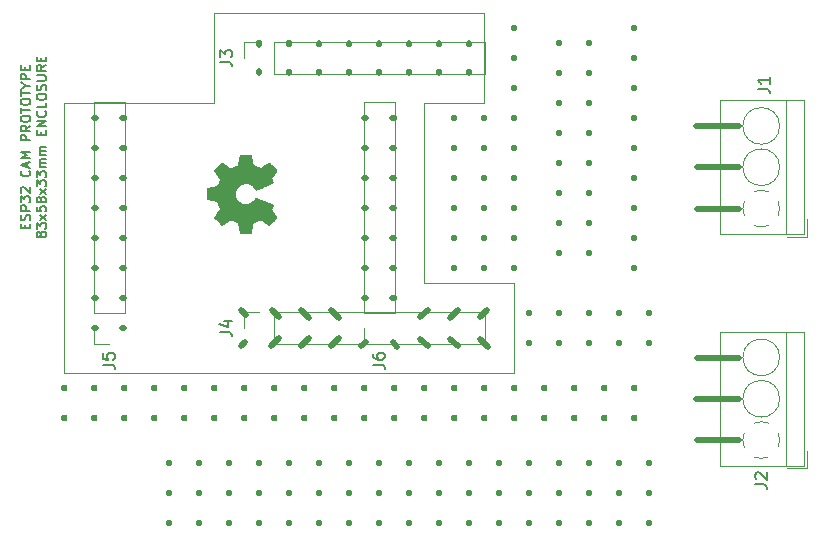
<source format=gbr>
G04 #@! TF.GenerationSoftware,KiCad,Pcbnew,5.1.5+dfsg1-2build2*
G04 #@! TF.CreationDate,2021-11-15T16:56:08-05:00*
G04 #@! TF.ProjectId,ESP32CAM_BREAKOUT_FOR_WATERPROOF_ENCLOSURE,45535033-3243-4414-9d5f-425245414b4f,rev?*
G04 #@! TF.SameCoordinates,Original*
G04 #@! TF.FileFunction,Legend,Top*
G04 #@! TF.FilePolarity,Positive*
%FSLAX46Y46*%
G04 Gerber Fmt 4.6, Leading zero omitted, Abs format (unit mm)*
G04 Created by KiCad (PCBNEW 5.1.5+dfsg1-2build2) date 2021-11-15 16:56:08*
%MOMM*%
%LPD*%
G04 APERTURE LIST*
%ADD10C,0.150000*%
%ADD11C,0.500000*%
%ADD12C,0.120000*%
%ADD13C,0.010000*%
%ADD14C,2.100980*%
%ADD15C,2.102000*%
%ADD16C,2.502000*%
%ADD17R,2.502000X2.502000*%
%ADD18O,1.802000X1.802000*%
%ADD19R,1.802000X1.802000*%
%ADD20C,3.102000*%
G04 APERTURE END LIST*
D10*
X104675957Y-119855390D02*
X104675957Y-119588723D01*
X105095004Y-119474438D02*
X105095004Y-119855390D01*
X104295004Y-119855390D01*
X104295004Y-119474438D01*
X105056909Y-119169676D02*
X105095004Y-119055390D01*
X105095004Y-118864914D01*
X105056909Y-118788723D01*
X105018814Y-118750628D01*
X104942623Y-118712533D01*
X104866433Y-118712533D01*
X104790242Y-118750628D01*
X104752147Y-118788723D01*
X104714052Y-118864914D01*
X104675957Y-119017295D01*
X104637861Y-119093485D01*
X104599766Y-119131580D01*
X104523576Y-119169676D01*
X104447385Y-119169676D01*
X104371195Y-119131580D01*
X104333100Y-119093485D01*
X104295004Y-119017295D01*
X104295004Y-118826819D01*
X104333100Y-118712533D01*
X105095004Y-118369676D02*
X104295004Y-118369676D01*
X104295004Y-118064914D01*
X104333100Y-117988723D01*
X104371195Y-117950628D01*
X104447385Y-117912533D01*
X104561671Y-117912533D01*
X104637861Y-117950628D01*
X104675957Y-117988723D01*
X104714052Y-118064914D01*
X104714052Y-118369676D01*
X104295004Y-117645866D02*
X104295004Y-117150628D01*
X104599766Y-117417295D01*
X104599766Y-117303009D01*
X104637861Y-117226819D01*
X104675957Y-117188723D01*
X104752147Y-117150628D01*
X104942623Y-117150628D01*
X105018814Y-117188723D01*
X105056909Y-117226819D01*
X105095004Y-117303009D01*
X105095004Y-117531580D01*
X105056909Y-117607771D01*
X105018814Y-117645866D01*
X104371195Y-116845866D02*
X104333100Y-116807771D01*
X104295004Y-116731580D01*
X104295004Y-116541104D01*
X104333100Y-116464914D01*
X104371195Y-116426819D01*
X104447385Y-116388723D01*
X104523576Y-116388723D01*
X104637861Y-116426819D01*
X105095004Y-116883961D01*
X105095004Y-116388723D01*
X105018814Y-114979200D02*
X105056909Y-115017295D01*
X105095004Y-115131580D01*
X105095004Y-115207771D01*
X105056909Y-115322057D01*
X104980719Y-115398247D01*
X104904528Y-115436342D01*
X104752147Y-115474438D01*
X104637861Y-115474438D01*
X104485480Y-115436342D01*
X104409290Y-115398247D01*
X104333100Y-115322057D01*
X104295004Y-115207771D01*
X104295004Y-115131580D01*
X104333100Y-115017295D01*
X104371195Y-114979200D01*
X104866433Y-114674438D02*
X104866433Y-114293485D01*
X105095004Y-114750628D02*
X104295004Y-114483961D01*
X105095004Y-114217295D01*
X105095004Y-113950628D02*
X104295004Y-113950628D01*
X104866433Y-113683961D01*
X104295004Y-113417295D01*
X105095004Y-113417295D01*
X105095004Y-112426819D02*
X104295004Y-112426819D01*
X104295004Y-112122057D01*
X104333100Y-112045866D01*
X104371195Y-112007771D01*
X104447385Y-111969676D01*
X104561671Y-111969676D01*
X104637861Y-112007771D01*
X104675957Y-112045866D01*
X104714052Y-112122057D01*
X104714052Y-112426819D01*
X105095004Y-111169676D02*
X104714052Y-111436342D01*
X105095004Y-111626819D02*
X104295004Y-111626819D01*
X104295004Y-111322057D01*
X104333100Y-111245866D01*
X104371195Y-111207771D01*
X104447385Y-111169676D01*
X104561671Y-111169676D01*
X104637861Y-111207771D01*
X104675957Y-111245866D01*
X104714052Y-111322057D01*
X104714052Y-111626819D01*
X104295004Y-110674438D02*
X104295004Y-110522057D01*
X104333100Y-110445866D01*
X104409290Y-110369676D01*
X104561671Y-110331580D01*
X104828338Y-110331580D01*
X104980719Y-110369676D01*
X105056909Y-110445866D01*
X105095004Y-110522057D01*
X105095004Y-110674438D01*
X105056909Y-110750628D01*
X104980719Y-110826819D01*
X104828338Y-110864914D01*
X104561671Y-110864914D01*
X104409290Y-110826819D01*
X104333100Y-110750628D01*
X104295004Y-110674438D01*
X104295004Y-110103009D02*
X104295004Y-109645866D01*
X105095004Y-109874438D02*
X104295004Y-109874438D01*
X104295004Y-109226819D02*
X104295004Y-109074438D01*
X104333100Y-108998247D01*
X104409290Y-108922057D01*
X104561671Y-108883961D01*
X104828338Y-108883961D01*
X104980719Y-108922057D01*
X105056909Y-108998247D01*
X105095004Y-109074438D01*
X105095004Y-109226819D01*
X105056909Y-109303009D01*
X104980719Y-109379200D01*
X104828338Y-109417295D01*
X104561671Y-109417295D01*
X104409290Y-109379200D01*
X104333100Y-109303009D01*
X104295004Y-109226819D01*
X104295004Y-108655390D02*
X104295004Y-108198247D01*
X105095004Y-108426819D02*
X104295004Y-108426819D01*
X104714052Y-107779200D02*
X105095004Y-107779200D01*
X104295004Y-108045866D02*
X104714052Y-107779200D01*
X104295004Y-107512533D01*
X105095004Y-107245866D02*
X104295004Y-107245866D01*
X104295004Y-106941104D01*
X104333100Y-106864914D01*
X104371195Y-106826819D01*
X104447385Y-106788723D01*
X104561671Y-106788723D01*
X104637861Y-106826819D01*
X104675957Y-106864914D01*
X104714052Y-106941104D01*
X104714052Y-107245866D01*
X104675957Y-106445866D02*
X104675957Y-106179200D01*
X105095004Y-106064914D02*
X105095004Y-106445866D01*
X104295004Y-106445866D01*
X104295004Y-106064914D01*
X105987861Y-120464914D02*
X105949766Y-120541104D01*
X105911671Y-120579200D01*
X105835480Y-120617295D01*
X105797385Y-120617295D01*
X105721195Y-120579200D01*
X105683100Y-120541104D01*
X105645004Y-120464914D01*
X105645004Y-120312533D01*
X105683100Y-120236342D01*
X105721195Y-120198247D01*
X105797385Y-120160152D01*
X105835480Y-120160152D01*
X105911671Y-120198247D01*
X105949766Y-120236342D01*
X105987861Y-120312533D01*
X105987861Y-120464914D01*
X106025957Y-120541104D01*
X106064052Y-120579200D01*
X106140242Y-120617295D01*
X106292623Y-120617295D01*
X106368814Y-120579200D01*
X106406909Y-120541104D01*
X106445004Y-120464914D01*
X106445004Y-120312533D01*
X106406909Y-120236342D01*
X106368814Y-120198247D01*
X106292623Y-120160152D01*
X106140242Y-120160152D01*
X106064052Y-120198247D01*
X106025957Y-120236342D01*
X105987861Y-120312533D01*
X105645004Y-119893485D02*
X105645004Y-119398247D01*
X105949766Y-119664914D01*
X105949766Y-119550628D01*
X105987861Y-119474438D01*
X106025957Y-119436342D01*
X106102147Y-119398247D01*
X106292623Y-119398247D01*
X106368814Y-119436342D01*
X106406909Y-119474438D01*
X106445004Y-119550628D01*
X106445004Y-119779200D01*
X106406909Y-119855390D01*
X106368814Y-119893485D01*
X106445004Y-119131580D02*
X105911671Y-118712533D01*
X105911671Y-119131580D02*
X106445004Y-118712533D01*
X105645004Y-118026819D02*
X105645004Y-118407771D01*
X106025957Y-118445866D01*
X105987861Y-118407771D01*
X105949766Y-118331580D01*
X105949766Y-118141104D01*
X105987861Y-118064914D01*
X106025957Y-118026819D01*
X106102147Y-117988723D01*
X106292623Y-117988723D01*
X106368814Y-118026819D01*
X106406909Y-118064914D01*
X106445004Y-118141104D01*
X106445004Y-118331580D01*
X106406909Y-118407771D01*
X106368814Y-118445866D01*
X105987861Y-117531580D02*
X105949766Y-117607771D01*
X105911671Y-117645866D01*
X105835480Y-117683961D01*
X105797385Y-117683961D01*
X105721195Y-117645866D01*
X105683100Y-117607771D01*
X105645004Y-117531580D01*
X105645004Y-117379200D01*
X105683100Y-117303009D01*
X105721195Y-117264914D01*
X105797385Y-117226819D01*
X105835480Y-117226819D01*
X105911671Y-117264914D01*
X105949766Y-117303009D01*
X105987861Y-117379200D01*
X105987861Y-117531580D01*
X106025957Y-117607771D01*
X106064052Y-117645866D01*
X106140242Y-117683961D01*
X106292623Y-117683961D01*
X106368814Y-117645866D01*
X106406909Y-117607771D01*
X106445004Y-117531580D01*
X106445004Y-117379200D01*
X106406909Y-117303009D01*
X106368814Y-117264914D01*
X106292623Y-117226819D01*
X106140242Y-117226819D01*
X106064052Y-117264914D01*
X106025957Y-117303009D01*
X105987861Y-117379200D01*
X106445004Y-116960152D02*
X105911671Y-116541104D01*
X105911671Y-116960152D02*
X106445004Y-116541104D01*
X105645004Y-116312533D02*
X105645004Y-115817295D01*
X105949766Y-116083961D01*
X105949766Y-115969676D01*
X105987861Y-115893485D01*
X106025957Y-115855390D01*
X106102147Y-115817295D01*
X106292623Y-115817295D01*
X106368814Y-115855390D01*
X106406909Y-115893485D01*
X106445004Y-115969676D01*
X106445004Y-116198247D01*
X106406909Y-116274438D01*
X106368814Y-116312533D01*
X105645004Y-115550628D02*
X105645004Y-115055390D01*
X105949766Y-115322057D01*
X105949766Y-115207771D01*
X105987861Y-115131580D01*
X106025957Y-115093485D01*
X106102147Y-115055390D01*
X106292623Y-115055390D01*
X106368814Y-115093485D01*
X106406909Y-115131580D01*
X106445004Y-115207771D01*
X106445004Y-115436342D01*
X106406909Y-115512533D01*
X106368814Y-115550628D01*
X106445004Y-114712533D02*
X105911671Y-114712533D01*
X105987861Y-114712533D02*
X105949766Y-114674438D01*
X105911671Y-114598247D01*
X105911671Y-114483961D01*
X105949766Y-114407771D01*
X106025957Y-114369676D01*
X106445004Y-114369676D01*
X106025957Y-114369676D02*
X105949766Y-114331580D01*
X105911671Y-114255390D01*
X105911671Y-114141104D01*
X105949766Y-114064914D01*
X106025957Y-114026819D01*
X106445004Y-114026819D01*
X106445004Y-113645866D02*
X105911671Y-113645866D01*
X105987861Y-113645866D02*
X105949766Y-113607771D01*
X105911671Y-113531580D01*
X105911671Y-113417295D01*
X105949766Y-113341104D01*
X106025957Y-113303009D01*
X106445004Y-113303009D01*
X106025957Y-113303009D02*
X105949766Y-113264914D01*
X105911671Y-113188723D01*
X105911671Y-113074438D01*
X105949766Y-112998247D01*
X106025957Y-112960152D01*
X106445004Y-112960152D01*
X106025957Y-111969676D02*
X106025957Y-111703009D01*
X106445004Y-111588723D02*
X106445004Y-111969676D01*
X105645004Y-111969676D01*
X105645004Y-111588723D01*
X106445004Y-111245866D02*
X105645004Y-111245866D01*
X106445004Y-110788723D01*
X105645004Y-110788723D01*
X106368814Y-109950628D02*
X106406909Y-109988723D01*
X106445004Y-110103009D01*
X106445004Y-110179200D01*
X106406909Y-110293485D01*
X106330719Y-110369676D01*
X106254528Y-110407771D01*
X106102147Y-110445866D01*
X105987861Y-110445866D01*
X105835480Y-110407771D01*
X105759290Y-110369676D01*
X105683100Y-110293485D01*
X105645004Y-110179200D01*
X105645004Y-110103009D01*
X105683100Y-109988723D01*
X105721195Y-109950628D01*
X106445004Y-109226819D02*
X106445004Y-109607771D01*
X105645004Y-109607771D01*
X105645004Y-108807771D02*
X105645004Y-108655390D01*
X105683100Y-108579200D01*
X105759290Y-108503009D01*
X105911671Y-108464914D01*
X106178338Y-108464914D01*
X106330719Y-108503009D01*
X106406909Y-108579200D01*
X106445004Y-108655390D01*
X106445004Y-108807771D01*
X106406909Y-108883961D01*
X106330719Y-108960152D01*
X106178338Y-108998247D01*
X105911671Y-108998247D01*
X105759290Y-108960152D01*
X105683100Y-108883961D01*
X105645004Y-108807771D01*
X106406909Y-108160152D02*
X106445004Y-108045866D01*
X106445004Y-107855390D01*
X106406909Y-107779200D01*
X106368814Y-107741104D01*
X106292623Y-107703009D01*
X106216433Y-107703009D01*
X106140242Y-107741104D01*
X106102147Y-107779200D01*
X106064052Y-107855390D01*
X106025957Y-108007771D01*
X105987861Y-108083961D01*
X105949766Y-108122057D01*
X105873576Y-108160152D01*
X105797385Y-108160152D01*
X105721195Y-108122057D01*
X105683100Y-108083961D01*
X105645004Y-108007771D01*
X105645004Y-107817295D01*
X105683100Y-107703009D01*
X105645004Y-107360152D02*
X106292623Y-107360152D01*
X106368814Y-107322057D01*
X106406909Y-107283961D01*
X106445004Y-107207771D01*
X106445004Y-107055390D01*
X106406909Y-106979200D01*
X106368814Y-106941104D01*
X106292623Y-106903009D01*
X105645004Y-106903009D01*
X106445004Y-106064914D02*
X106064052Y-106331580D01*
X106445004Y-106522057D02*
X105645004Y-106522057D01*
X105645004Y-106217295D01*
X105683100Y-106141104D01*
X105721195Y-106103009D01*
X105797385Y-106064914D01*
X105911671Y-106064914D01*
X105987861Y-106103009D01*
X106025957Y-106141104D01*
X106064052Y-106217295D01*
X106064052Y-106522057D01*
X106025957Y-105722057D02*
X106025957Y-105455390D01*
X106445004Y-105341104D02*
X106445004Y-105722057D01*
X105645004Y-105722057D01*
X105645004Y-105341104D01*
D11*
X143471900Y-123228100D02*
X143649500Y-123228100D01*
X140931900Y-123228100D02*
X141109500Y-123228100D01*
X143471900Y-120688100D02*
X143649500Y-120688100D01*
X140931900Y-120688100D02*
X141109500Y-120688100D01*
X143471900Y-118148100D02*
X143649500Y-118148100D01*
X140931900Y-118148100D02*
X141109500Y-118148100D01*
X143471900Y-115608100D02*
X143649500Y-115608100D01*
X140931900Y-115608100D02*
X141109500Y-115608100D01*
X143471900Y-113068100D02*
X143649500Y-113068100D01*
X140931900Y-113068100D02*
X141109500Y-113068100D01*
X143471900Y-110528100D02*
X143649500Y-110528100D01*
X140931900Y-110528100D02*
X141109500Y-110528100D01*
X152438100Y-121894600D02*
X152438100Y-122072200D01*
X149898100Y-121894600D02*
X149898100Y-122072200D01*
X152438100Y-119354600D02*
X152438100Y-119532200D01*
X149898100Y-119354600D02*
X149898100Y-119532200D01*
X152438100Y-116814600D02*
X152438100Y-116992200D01*
X149898100Y-116814600D02*
X149898100Y-116992200D01*
X152438100Y-114274600D02*
X152438100Y-114452200D01*
X149898100Y-114274600D02*
X149898100Y-114452200D01*
X152438100Y-111734600D02*
X152438100Y-111912200D01*
X149898100Y-111734600D02*
X149898100Y-111912200D01*
X152438100Y-109194600D02*
X152438100Y-109372200D01*
X149898100Y-109194600D02*
X149898100Y-109372200D01*
X152438100Y-106654600D02*
X152438100Y-106832200D01*
X149898100Y-106654600D02*
X149898100Y-106832200D01*
X152438100Y-104114600D02*
X152438100Y-104292200D01*
X149898100Y-104114600D02*
X149898100Y-104292200D01*
X146012100Y-123240800D02*
X146189700Y-123240800D01*
X146012100Y-120700800D02*
X146189700Y-120700800D01*
X146012100Y-118160800D02*
X146189700Y-118160800D01*
X146012100Y-115620800D02*
X146189700Y-115620800D01*
X146012100Y-113080800D02*
X146189700Y-113080800D01*
X146012100Y-110540800D02*
X146189700Y-110540800D01*
X146012100Y-108000800D02*
X146189700Y-108000800D01*
X146012100Y-105460800D02*
X146189700Y-105460800D01*
X146012100Y-102920800D02*
X146189700Y-102920800D01*
X156146700Y-123228100D02*
X156324300Y-123228100D01*
X156146700Y-120688100D02*
X156324300Y-120688100D01*
X156146700Y-118148100D02*
X156324300Y-118148100D01*
X156146700Y-115608100D02*
X156324300Y-115608100D01*
X156146700Y-113068100D02*
X156324300Y-113068100D01*
X156146700Y-110528100D02*
X156324300Y-110528100D01*
X156146700Y-107988100D02*
X156324300Y-107988100D01*
X156146700Y-105448100D02*
X156324300Y-105448100D01*
X156146700Y-102908100D02*
X156324300Y-102908100D01*
X157518100Y-129527500D02*
X157518100Y-129705100D01*
X154978100Y-129527500D02*
X154978100Y-129705100D01*
X152438100Y-129527500D02*
X152438100Y-129705100D01*
X149898100Y-129527500D02*
X149898100Y-129705100D01*
X147358100Y-129527500D02*
X147358100Y-129705100D01*
X157518100Y-126987500D02*
X157518100Y-127165100D01*
X154978100Y-126987500D02*
X154978100Y-127165100D01*
X152438100Y-126987500D02*
X152438100Y-127165100D01*
X149898100Y-126987500D02*
X149898100Y-127165100D01*
X147358100Y-126987500D02*
X147358100Y-127165100D01*
X156184600Y-135928100D02*
X156362200Y-135928100D01*
X153644600Y-135928100D02*
X153822200Y-135928100D01*
X151104600Y-135928100D02*
X151282200Y-135928100D01*
X148564600Y-135928100D02*
X148742200Y-135928100D01*
X146024600Y-135928100D02*
X146202200Y-135928100D01*
X143484600Y-135928100D02*
X143662200Y-135928100D01*
X140944600Y-135928100D02*
X141122200Y-135928100D01*
X138404600Y-135928100D02*
X138582200Y-135928100D01*
X135864600Y-135928100D02*
X136042200Y-135928100D01*
X133324600Y-135928100D02*
X133502200Y-135928100D01*
X130784600Y-135928100D02*
X130962200Y-135928100D01*
X128244600Y-135928100D02*
X128422200Y-135928100D01*
X125704600Y-135928100D02*
X125882200Y-135928100D01*
X123164600Y-135928100D02*
X123342200Y-135928100D01*
X120624600Y-135928100D02*
X120802200Y-135928100D01*
X118084600Y-135928100D02*
X118262200Y-135928100D01*
X115544600Y-135928100D02*
X115722200Y-135928100D01*
X113004600Y-135928100D02*
X113182200Y-135928100D01*
X110464600Y-135928100D02*
X110642200Y-135928100D01*
X107924600Y-135928100D02*
X108102200Y-135928100D01*
X156184600Y-133388100D02*
X156362200Y-133388100D01*
X153644600Y-133388100D02*
X153822200Y-133388100D01*
X151104600Y-133388100D02*
X151282200Y-133388100D01*
X148564600Y-133388100D02*
X148742200Y-133388100D01*
X146024600Y-133388100D02*
X146202200Y-133388100D01*
X143484600Y-133388100D02*
X143662200Y-133388100D01*
X140944600Y-133388100D02*
X141122200Y-133388100D01*
X138404600Y-133388100D02*
X138582200Y-133388100D01*
X135864600Y-133388100D02*
X136042200Y-133388100D01*
X133324600Y-133388100D02*
X133502200Y-133388100D01*
X130784600Y-133388100D02*
X130962200Y-133388100D01*
X128244600Y-133388100D02*
X128422200Y-133388100D01*
X125704600Y-133388100D02*
X125882200Y-133388100D01*
X123164600Y-133388100D02*
X123342200Y-133388100D01*
X120624600Y-133388100D02*
X120802200Y-133388100D01*
X118084600Y-133388100D02*
X118262200Y-133388100D01*
X115544600Y-133388100D02*
X115722200Y-133388100D01*
X113004600Y-133388100D02*
X113182200Y-133388100D01*
X110464600Y-133388100D02*
X110642200Y-133388100D01*
X107924600Y-133388100D02*
X108102200Y-133388100D01*
X157518100Y-144741900D02*
X157518100Y-144919500D01*
X154978100Y-144741900D02*
X154978100Y-144919500D01*
X152438100Y-144741900D02*
X152438100Y-144919500D01*
X149898100Y-144741900D02*
X149898100Y-144919500D01*
X147358100Y-144741900D02*
X147358100Y-144919500D01*
X144818100Y-144741900D02*
X144818100Y-144919500D01*
X142278100Y-144741900D02*
X142278100Y-144919500D01*
X139738100Y-144741900D02*
X139738100Y-144919500D01*
X137198100Y-144741900D02*
X137198100Y-144919500D01*
X134658100Y-144741900D02*
X134658100Y-144919500D01*
X132118100Y-144741900D02*
X132118100Y-144919500D01*
X129578100Y-144741900D02*
X129578100Y-144919500D01*
X127038100Y-144741900D02*
X127038100Y-144919500D01*
X124498100Y-144741900D02*
X124498100Y-144919500D01*
X121958100Y-144741900D02*
X121958100Y-144919500D01*
X119418100Y-144741900D02*
X119418100Y-144919500D01*
X116878100Y-144741900D02*
X116878100Y-144919500D01*
X157518100Y-142201900D02*
X157518100Y-142379500D01*
X154978100Y-142201900D02*
X154978100Y-142379500D01*
X152438100Y-142201900D02*
X152438100Y-142379500D01*
X149898100Y-142201900D02*
X149898100Y-142379500D01*
X147358100Y-142201900D02*
X147358100Y-142379500D01*
X144818100Y-142201900D02*
X144818100Y-142379500D01*
X142278100Y-142201900D02*
X142278100Y-142379500D01*
X139738100Y-142201900D02*
X139738100Y-142379500D01*
X137198100Y-142201900D02*
X137198100Y-142379500D01*
X134658100Y-142201900D02*
X134658100Y-142379500D01*
X132118100Y-142201900D02*
X132118100Y-142379500D01*
X129578100Y-142201900D02*
X129578100Y-142379500D01*
X127038100Y-142201900D02*
X127038100Y-142379500D01*
X124498100Y-142201900D02*
X124498100Y-142379500D01*
X121958100Y-142201900D02*
X121958100Y-142379500D01*
X119418100Y-142201900D02*
X119418100Y-142379500D01*
X116878100Y-142201900D02*
X116878100Y-142379500D01*
X157518100Y-139661900D02*
X157518100Y-139839500D01*
X154978100Y-139661900D02*
X154978100Y-139839500D01*
X152438100Y-139661900D02*
X152438100Y-139839500D01*
X149898100Y-139661900D02*
X149898100Y-139839500D01*
X147358100Y-139661900D02*
X147358100Y-139839500D01*
X144818100Y-139661900D02*
X144818100Y-139839500D01*
X142278100Y-139661900D02*
X142278100Y-139839500D01*
X139738100Y-139661900D02*
X139738100Y-139839500D01*
X137198100Y-139661900D02*
X137198100Y-139839500D01*
X134658100Y-139661900D02*
X134658100Y-139839500D01*
X132118100Y-139661900D02*
X132118100Y-139839500D01*
X129578100Y-139661900D02*
X129578100Y-139839500D01*
X127038100Y-139661900D02*
X127038100Y-139839500D01*
X124498100Y-139661900D02*
X124498100Y-139839500D01*
X121958100Y-139661900D02*
X121958100Y-139839500D01*
X119418100Y-139661900D02*
X119418100Y-139839500D01*
X116878100Y-139661900D02*
X116878100Y-139839500D01*
X165150800Y-137782300D02*
X161531300Y-137782300D01*
X165125400Y-134289800D02*
X161505900Y-134289800D01*
X165150800Y-130810000D02*
X161531300Y-130810000D01*
X165150800Y-118198900D02*
X161531300Y-118198900D01*
X165150800Y-114693700D02*
X161531300Y-114693700D01*
X165138100Y-111201200D02*
X161518600Y-111201200D01*
D12*
X120690000Y-101640000D02*
X143550000Y-101640000D01*
X120690000Y-109279100D02*
X120690000Y-101640000D01*
X107990000Y-109279100D02*
X120690000Y-109279100D01*
X107990000Y-132120000D02*
X107990000Y-109279100D01*
X146090000Y-132120000D02*
X107990000Y-132120000D01*
X146090000Y-124500000D02*
X146090000Y-132120000D01*
X138470000Y-124500000D02*
X146090000Y-124500000D01*
X138470000Y-109260000D02*
X138470000Y-124500000D01*
X138470000Y-109260000D02*
X143550000Y-109260000D01*
X143550000Y-101640000D02*
X143550000Y-109260000D01*
D11*
X122948700Y-129827700D02*
X123317000Y-129459400D01*
X133134100Y-129853100D02*
X133502400Y-129484800D01*
X143192500Y-127376600D02*
X143802100Y-126779700D01*
X136169400Y-129878500D02*
X135801100Y-129510200D01*
X123355100Y-127173400D02*
X122986800Y-126805100D01*
X140639800Y-127440100D02*
X141287500Y-126779700D01*
X138099800Y-127414700D02*
X138747500Y-126754300D01*
X130606800Y-129840400D02*
X131254500Y-129180000D01*
X128028700Y-129853100D02*
X128676400Y-129192700D01*
X125488700Y-129840400D02*
X126136400Y-129180000D01*
X138747500Y-129865800D02*
X138087100Y-129218100D01*
X141287500Y-129853100D02*
X140627100Y-129205400D01*
X143827500Y-129891200D02*
X143167100Y-129243500D01*
X131216400Y-127427400D02*
X130556000Y-126779700D01*
X128727200Y-127440100D02*
X128066800Y-126792400D01*
X126199900Y-127414700D02*
X125539500Y-126767000D01*
X135775900Y-125763700D02*
X135953500Y-125763700D01*
X133388300Y-125763700D02*
X133565900Y-125763700D01*
X135763000Y-123236400D02*
X135940600Y-123236400D01*
X133375400Y-123249100D02*
X133553000Y-123249100D01*
X135763200Y-120683700D02*
X135940800Y-120683700D01*
X133375400Y-120696400D02*
X133553000Y-120696400D01*
X135763200Y-118143700D02*
X135940800Y-118143700D01*
X133375400Y-118143700D02*
X133553000Y-118143700D01*
X135763000Y-115616400D02*
X135940600Y-115616400D01*
X133375400Y-115616400D02*
X133553000Y-115616400D01*
X135763200Y-113076400D02*
X135940800Y-113076400D01*
X133375600Y-113063700D02*
X133553200Y-113063700D01*
X135775900Y-110523700D02*
X135953500Y-110523700D01*
X133375600Y-110523700D02*
X133553200Y-110523700D01*
X112902900Y-128316400D02*
X113080500Y-128316400D01*
X110515300Y-128303700D02*
X110692900Y-128303700D01*
X112903200Y-125776400D02*
X113080800Y-125776400D01*
X110515400Y-125763700D02*
X110693000Y-125763700D01*
X112903200Y-123236400D02*
X113080800Y-123236400D01*
X110515600Y-123223700D02*
X110693200Y-123223700D01*
X112903200Y-120696400D02*
X113080800Y-120696400D01*
X110515400Y-120696400D02*
X110693000Y-120696400D01*
X112915900Y-118131000D02*
X113093500Y-118131000D01*
X110515600Y-118156400D02*
X110693200Y-118156400D01*
X112903200Y-115616400D02*
X113080800Y-115616400D01*
X110515400Y-115603700D02*
X110693000Y-115603700D01*
X112915900Y-113076400D02*
X113093500Y-113076400D01*
X110528100Y-113063700D02*
X110705700Y-113063700D01*
X112915900Y-110536400D02*
X113093500Y-110536400D01*
X110528100Y-110536400D02*
X110705700Y-110536400D01*
X124498100Y-106561300D02*
X124498100Y-106738900D01*
X127050800Y-106561500D02*
X127050800Y-106739100D01*
X129565400Y-106561500D02*
X129565400Y-106739100D01*
X132118100Y-106548800D02*
X132118100Y-106726400D01*
X134670800Y-106561300D02*
X134670800Y-106738900D01*
X137198100Y-106561300D02*
X137198100Y-106738900D01*
X142278100Y-106561500D02*
X142278100Y-106739100D01*
X139738100Y-106561500D02*
X139738100Y-106739100D01*
X142278100Y-104161200D02*
X142278100Y-104338800D01*
X139738100Y-104173900D02*
X139738100Y-104351500D01*
X137185400Y-104161200D02*
X137185400Y-104338800D01*
X134645400Y-104173900D02*
X134645400Y-104351500D01*
X132105400Y-104161200D02*
X132105400Y-104338800D01*
X129565400Y-104148500D02*
X129565400Y-104326100D01*
X127025400Y-104135800D02*
X127025400Y-104313400D01*
X124485400Y-104135600D02*
X124485400Y-104313200D01*
D12*
X170900000Y-120600000D02*
X170900000Y-119100000D01*
X169160000Y-120600000D02*
X170900000Y-120600000D01*
X163540000Y-109040000D02*
X170660000Y-109040000D01*
X163540000Y-120360000D02*
X170660000Y-120360000D01*
X170660000Y-120360000D02*
X170660000Y-109040000D01*
X163540000Y-120360000D02*
X163540000Y-109040000D01*
X169100000Y-120360000D02*
X169100000Y-109040000D01*
X168555000Y-111200000D02*
G75*
G03X168555000Y-111200000I-1555000J0D01*
G01*
X168555000Y-114700000D02*
G75*
G03X168555000Y-114700000I-1555000J0D01*
G01*
X168555492Y-118172989D02*
G75*
G02X168432000Y-118808000I-1555492J-27011D01*
G01*
X167607742Y-119632109D02*
G75*
G02X166392000Y-119632000I-607742J1432109D01*
G01*
X165567891Y-118807742D02*
G75*
G02X165568000Y-117592000I1432109J607742D01*
G01*
X166392258Y-116767891D02*
G75*
G02X167608000Y-116768000I607742J-1432109D01*
G01*
X168431385Y-117592413D02*
G75*
G02X168555000Y-118200000I-1431385J-607587D01*
G01*
X123170000Y-128310000D02*
X123170000Y-126980000D01*
X123170000Y-126980000D02*
X124500000Y-126980000D01*
X125770000Y-126980000D02*
X143610000Y-126980000D01*
X143610000Y-129640000D02*
X143610000Y-126980000D01*
X125770000Y-129640000D02*
X143610000Y-129640000D01*
X125770000Y-129640000D02*
X125770000Y-126980000D01*
X123170000Y-105450000D02*
X123170000Y-104120000D01*
X123170000Y-104120000D02*
X124500000Y-104120000D01*
X125770000Y-104120000D02*
X143610000Y-104120000D01*
X143610000Y-106780000D02*
X143610000Y-104120000D01*
X125770000Y-106780000D02*
X143610000Y-106780000D01*
X125770000Y-106780000D02*
X125770000Y-104120000D01*
X111800000Y-129640000D02*
X110470000Y-129640000D01*
X110470000Y-129640000D02*
X110470000Y-128310000D01*
X110470000Y-127040000D02*
X110470000Y-109200000D01*
X113130000Y-109200000D02*
X110470000Y-109200000D01*
X113130000Y-127040000D02*
X113130000Y-109200000D01*
X113130000Y-127040000D02*
X110470000Y-127040000D01*
X134660000Y-129640000D02*
X133330000Y-129640000D01*
X133330000Y-129640000D02*
X133330000Y-128310000D01*
X133330000Y-127040000D02*
X133330000Y-109200000D01*
X135990000Y-109200000D02*
X133330000Y-109200000D01*
X135990000Y-127040000D02*
X135990000Y-109200000D01*
X135990000Y-127040000D02*
X133330000Y-127040000D01*
X170900000Y-140200000D02*
X170900000Y-138700000D01*
X169160000Y-140200000D02*
X170900000Y-140200000D01*
X163540000Y-128640000D02*
X170660000Y-128640000D01*
X163540000Y-139960000D02*
X170660000Y-139960000D01*
X170660000Y-139960000D02*
X170660000Y-128640000D01*
X163540000Y-139960000D02*
X163540000Y-128640000D01*
X169100000Y-139960000D02*
X169100000Y-128640000D01*
X168555000Y-130800000D02*
G75*
G03X168555000Y-130800000I-1555000J0D01*
G01*
X168555000Y-134300000D02*
G75*
G03X168555000Y-134300000I-1555000J0D01*
G01*
X168555492Y-137772989D02*
G75*
G02X168432000Y-138408000I-1555492J-27011D01*
G01*
X167607742Y-139232109D02*
G75*
G02X166392000Y-139232000I-607742J1432109D01*
G01*
X165567891Y-138407742D02*
G75*
G02X165568000Y-137192000I1432109J607742D01*
G01*
X166392258Y-136367891D02*
G75*
G02X167608000Y-136368000I607742J-1432109D01*
G01*
X168431385Y-137192413D02*
G75*
G02X168555000Y-137800000I-1431385J-607587D01*
G01*
D13*
G36*
X120481131Y-116398486D02*
G01*
X120925755Y-116314665D01*
X121053253Y-116005380D01*
X121180751Y-115696094D01*
X120928446Y-115325054D01*
X120858196Y-115221143D01*
X120795472Y-115127213D01*
X120743138Y-115047648D01*
X120704057Y-114986830D01*
X120681093Y-114949143D01*
X120676142Y-114938879D01*
X120688876Y-114920390D01*
X120724082Y-114880880D01*
X120777262Y-114824778D01*
X120843918Y-114756513D01*
X120919554Y-114680514D01*
X120999672Y-114601208D01*
X121079774Y-114523025D01*
X121155364Y-114450393D01*
X121221945Y-114387741D01*
X121275018Y-114339497D01*
X121310087Y-114310090D01*
X121321823Y-114303059D01*
X121343460Y-114313177D01*
X121390862Y-114341541D01*
X121459393Y-114385171D01*
X121544415Y-114441082D01*
X121641293Y-114506294D01*
X121696550Y-114544081D01*
X121797448Y-114612957D01*
X121888499Y-114674160D01*
X121965170Y-114724722D01*
X122022928Y-114761672D01*
X122057243Y-114782042D01*
X122064454Y-114785103D01*
X122084948Y-114778164D01*
X122132713Y-114759249D01*
X122201032Y-114731213D01*
X122283189Y-114696909D01*
X122372470Y-114659191D01*
X122462158Y-114620913D01*
X122545538Y-114584930D01*
X122615894Y-114554094D01*
X122666510Y-114531261D01*
X122690671Y-114519283D01*
X122691622Y-114518576D01*
X122696236Y-114499769D01*
X122706528Y-114449682D01*
X122721487Y-114373507D01*
X122740101Y-114276435D01*
X122761359Y-114163657D01*
X122773618Y-114097858D01*
X122796562Y-113977350D01*
X122818395Y-113868503D01*
X122837922Y-113776824D01*
X122853948Y-113707819D01*
X122865279Y-113666996D01*
X122868874Y-113658789D01*
X122893206Y-113650752D01*
X122948159Y-113644267D01*
X123027308Y-113639330D01*
X123124226Y-113635936D01*
X123232487Y-113634082D01*
X123345665Y-113633762D01*
X123457335Y-113634973D01*
X123561068Y-113637710D01*
X123650441Y-113641969D01*
X123719026Y-113647745D01*
X123760397Y-113655033D01*
X123769010Y-113659405D01*
X123779333Y-113685536D01*
X123794092Y-113740907D01*
X123811552Y-113818193D01*
X123829980Y-113910070D01*
X123835941Y-113942142D01*
X123864266Y-114096776D01*
X123887076Y-114218925D01*
X123905280Y-114312627D01*
X123919783Y-114381916D01*
X123931492Y-114430829D01*
X123941315Y-114463403D01*
X123950156Y-114483672D01*
X123958924Y-114495674D01*
X123960657Y-114497353D01*
X123988571Y-114514116D01*
X124042895Y-114539686D01*
X124116977Y-114571512D01*
X124204165Y-114607040D01*
X124297808Y-114643717D01*
X124391252Y-114678989D01*
X124477847Y-114710304D01*
X124550940Y-114735107D01*
X124603878Y-114750846D01*
X124630011Y-114754968D01*
X124630926Y-114754624D01*
X124652286Y-114740659D01*
X124699284Y-114708978D01*
X124767027Y-114662909D01*
X124850623Y-114605782D01*
X124945182Y-114540927D01*
X124972054Y-114522457D01*
X125069475Y-114456601D01*
X125158363Y-114398650D01*
X125233612Y-114351762D01*
X125290120Y-114319093D01*
X125322781Y-114303800D01*
X125326793Y-114303059D01*
X125347884Y-114315908D01*
X125389664Y-114351412D01*
X125447645Y-114405007D01*
X125517335Y-114472129D01*
X125594245Y-114548213D01*
X125673883Y-114628696D01*
X125751761Y-114709013D01*
X125823386Y-114784601D01*
X125884270Y-114850895D01*
X125929921Y-114903331D01*
X125955850Y-114937345D01*
X125960083Y-114946755D01*
X125950112Y-114968657D01*
X125923220Y-115013500D01*
X125883936Y-115073979D01*
X125852317Y-115120511D01*
X125794298Y-115204825D01*
X125725984Y-115304674D01*
X125657779Y-115404827D01*
X125621275Y-115458673D01*
X125498000Y-115640929D01*
X125580720Y-115793919D01*
X125616959Y-115863618D01*
X125645126Y-115922886D01*
X125661191Y-115962989D01*
X125663426Y-115973197D01*
X125646922Y-115985471D01*
X125600282Y-116009687D01*
X125527809Y-116044037D01*
X125433806Y-116086712D01*
X125322574Y-116135906D01*
X125198415Y-116189810D01*
X125065632Y-116246616D01*
X124928527Y-116304518D01*
X124791402Y-116361707D01*
X124658558Y-116416376D01*
X124534298Y-116466716D01*
X124422925Y-116510920D01*
X124328739Y-116547181D01*
X124256044Y-116573691D01*
X124209141Y-116588642D01*
X124193033Y-116591046D01*
X124172486Y-116571989D01*
X124139133Y-116530264D01*
X124099902Y-116474594D01*
X124096799Y-116469922D01*
X123981623Y-116326036D01*
X123847253Y-116210017D01*
X123697984Y-116122870D01*
X123538113Y-116065601D01*
X123371937Y-116039214D01*
X123203752Y-116044715D01*
X123037855Y-116083110D01*
X122878542Y-116155405D01*
X122843687Y-116176674D01*
X122702937Y-116287304D01*
X122589914Y-116417998D01*
X122505203Y-116564236D01*
X122449394Y-116721492D01*
X122423074Y-116885243D01*
X122426830Y-117050967D01*
X122461250Y-117214138D01*
X122526923Y-117370235D01*
X122624435Y-117514733D01*
X122664013Y-117559431D01*
X122787903Y-117673188D01*
X122918324Y-117756082D01*
X123064515Y-117812944D01*
X123209288Y-117844613D01*
X123372060Y-117852431D01*
X123535640Y-117826362D01*
X123694498Y-117769055D01*
X123843106Y-117683156D01*
X123975935Y-117571314D01*
X124087456Y-117436177D01*
X124099211Y-117418417D01*
X124137708Y-117362150D01*
X124171063Y-117319377D01*
X124192360Y-117298928D01*
X124193033Y-117298631D01*
X124216071Y-117303021D01*
X124268357Y-117320424D01*
X124345590Y-117349032D01*
X124443468Y-117387035D01*
X124557691Y-117432626D01*
X124683958Y-117483997D01*
X124817967Y-117539338D01*
X124955418Y-117596842D01*
X125092008Y-117654699D01*
X125223437Y-117711102D01*
X125345405Y-117764242D01*
X125453609Y-117812310D01*
X125543749Y-117853499D01*
X125611523Y-117885999D01*
X125652630Y-117908003D01*
X125663426Y-117916864D01*
X125655019Y-117943940D01*
X125632472Y-117994603D01*
X125599813Y-118060117D01*
X125580720Y-118096141D01*
X125498000Y-118249132D01*
X125621275Y-118431388D01*
X125684428Y-118524425D01*
X125753927Y-118626285D01*
X125819365Y-118721738D01*
X125852317Y-118769550D01*
X125897473Y-118836795D01*
X125933257Y-118893736D01*
X125955138Y-118932946D01*
X125959763Y-118945681D01*
X125947285Y-118964217D01*
X125912452Y-119005241D01*
X125858878Y-119064775D01*
X125790183Y-119138842D01*
X125709981Y-119223465D01*
X125658486Y-119276985D01*
X125566486Y-119370619D01*
X125484199Y-119451541D01*
X125415145Y-119516477D01*
X125362844Y-119562158D01*
X125330816Y-119585311D01*
X125324316Y-119587532D01*
X125299594Y-119577224D01*
X125249605Y-119548739D01*
X125179412Y-119505237D01*
X125094075Y-119449877D01*
X124998656Y-119385820D01*
X124972054Y-119367603D01*
X124875367Y-119301227D01*
X124788317Y-119241678D01*
X124715795Y-119192284D01*
X124662693Y-119156375D01*
X124633903Y-119137281D01*
X124630926Y-119135436D01*
X124607982Y-119138195D01*
X124557536Y-119152838D01*
X124486241Y-119176813D01*
X124400747Y-119207566D01*
X124307707Y-119242544D01*
X124213774Y-119279193D01*
X124125599Y-119314961D01*
X124049834Y-119347294D01*
X123993131Y-119373638D01*
X123962143Y-119391442D01*
X123960657Y-119392707D01*
X123951801Y-119403594D01*
X123943043Y-119421982D01*
X123933477Y-119451906D01*
X123922196Y-119497403D01*
X123908293Y-119562509D01*
X123890863Y-119651261D01*
X123868998Y-119767693D01*
X123841791Y-119915842D01*
X123835941Y-119947918D01*
X123817574Y-120042986D01*
X123799605Y-120125865D01*
X123783769Y-120189230D01*
X123771800Y-120225758D01*
X123769010Y-120230656D01*
X123744272Y-120238727D01*
X123688990Y-120245287D01*
X123609589Y-120250333D01*
X123512496Y-120253859D01*
X123404138Y-120255861D01*
X123290940Y-120256336D01*
X123179328Y-120255277D01*
X123075729Y-120252682D01*
X122986568Y-120248546D01*
X122918272Y-120242863D01*
X122877266Y-120235631D01*
X122868874Y-120231271D01*
X122860408Y-120206998D01*
X122846635Y-120151726D01*
X122828750Y-120070962D01*
X122807948Y-119970212D01*
X122785423Y-119854983D01*
X122773618Y-119792202D01*
X122751351Y-119673087D01*
X122731179Y-119566865D01*
X122714115Y-119478727D01*
X122701169Y-119413866D01*
X122693355Y-119377474D01*
X122691622Y-119371484D01*
X122672090Y-119361361D01*
X122625043Y-119339962D01*
X122557203Y-119310139D01*
X122475291Y-119274745D01*
X122386028Y-119236632D01*
X122296135Y-119198653D01*
X122212335Y-119163660D01*
X122141347Y-119134506D01*
X122089894Y-119114043D01*
X122064697Y-119105123D01*
X122063596Y-119104957D01*
X122043719Y-119115069D01*
X121997977Y-119143417D01*
X121930917Y-119187023D01*
X121847084Y-119242906D01*
X121751026Y-119308087D01*
X121695850Y-119345979D01*
X121594681Y-119415025D01*
X121502830Y-119476350D01*
X121424944Y-119526963D01*
X121365669Y-119563871D01*
X121329651Y-119584082D01*
X121321577Y-119587001D01*
X121302784Y-119574453D01*
X121262657Y-119539763D01*
X121205693Y-119487363D01*
X121136385Y-119421684D01*
X121059231Y-119347156D01*
X120978725Y-119268213D01*
X120899363Y-119189283D01*
X120825640Y-119114800D01*
X120762052Y-119049194D01*
X120713094Y-118996896D01*
X120683261Y-118962339D01*
X120676142Y-118950778D01*
X120686153Y-118931954D01*
X120714278Y-118886931D01*
X120757654Y-118820087D01*
X120813418Y-118735799D01*
X120878706Y-118638444D01*
X120928446Y-118565007D01*
X121180751Y-118193967D01*
X120925755Y-117575395D01*
X120481131Y-117491575D01*
X120036507Y-117407754D01*
X120036507Y-116482306D01*
X120481131Y-116398486D01*
G37*
X120481131Y-116398486D02*
X120925755Y-116314665D01*
X121053253Y-116005380D01*
X121180751Y-115696094D01*
X120928446Y-115325054D01*
X120858196Y-115221143D01*
X120795472Y-115127213D01*
X120743138Y-115047648D01*
X120704057Y-114986830D01*
X120681093Y-114949143D01*
X120676142Y-114938879D01*
X120688876Y-114920390D01*
X120724082Y-114880880D01*
X120777262Y-114824778D01*
X120843918Y-114756513D01*
X120919554Y-114680514D01*
X120999672Y-114601208D01*
X121079774Y-114523025D01*
X121155364Y-114450393D01*
X121221945Y-114387741D01*
X121275018Y-114339497D01*
X121310087Y-114310090D01*
X121321823Y-114303059D01*
X121343460Y-114313177D01*
X121390862Y-114341541D01*
X121459393Y-114385171D01*
X121544415Y-114441082D01*
X121641293Y-114506294D01*
X121696550Y-114544081D01*
X121797448Y-114612957D01*
X121888499Y-114674160D01*
X121965170Y-114724722D01*
X122022928Y-114761672D01*
X122057243Y-114782042D01*
X122064454Y-114785103D01*
X122084948Y-114778164D01*
X122132713Y-114759249D01*
X122201032Y-114731213D01*
X122283189Y-114696909D01*
X122372470Y-114659191D01*
X122462158Y-114620913D01*
X122545538Y-114584930D01*
X122615894Y-114554094D01*
X122666510Y-114531261D01*
X122690671Y-114519283D01*
X122691622Y-114518576D01*
X122696236Y-114499769D01*
X122706528Y-114449682D01*
X122721487Y-114373507D01*
X122740101Y-114276435D01*
X122761359Y-114163657D01*
X122773618Y-114097858D01*
X122796562Y-113977350D01*
X122818395Y-113868503D01*
X122837922Y-113776824D01*
X122853948Y-113707819D01*
X122865279Y-113666996D01*
X122868874Y-113658789D01*
X122893206Y-113650752D01*
X122948159Y-113644267D01*
X123027308Y-113639330D01*
X123124226Y-113635936D01*
X123232487Y-113634082D01*
X123345665Y-113633762D01*
X123457335Y-113634973D01*
X123561068Y-113637710D01*
X123650441Y-113641969D01*
X123719026Y-113647745D01*
X123760397Y-113655033D01*
X123769010Y-113659405D01*
X123779333Y-113685536D01*
X123794092Y-113740907D01*
X123811552Y-113818193D01*
X123829980Y-113910070D01*
X123835941Y-113942142D01*
X123864266Y-114096776D01*
X123887076Y-114218925D01*
X123905280Y-114312627D01*
X123919783Y-114381916D01*
X123931492Y-114430829D01*
X123941315Y-114463403D01*
X123950156Y-114483672D01*
X123958924Y-114495674D01*
X123960657Y-114497353D01*
X123988571Y-114514116D01*
X124042895Y-114539686D01*
X124116977Y-114571512D01*
X124204165Y-114607040D01*
X124297808Y-114643717D01*
X124391252Y-114678989D01*
X124477847Y-114710304D01*
X124550940Y-114735107D01*
X124603878Y-114750846D01*
X124630011Y-114754968D01*
X124630926Y-114754624D01*
X124652286Y-114740659D01*
X124699284Y-114708978D01*
X124767027Y-114662909D01*
X124850623Y-114605782D01*
X124945182Y-114540927D01*
X124972054Y-114522457D01*
X125069475Y-114456601D01*
X125158363Y-114398650D01*
X125233612Y-114351762D01*
X125290120Y-114319093D01*
X125322781Y-114303800D01*
X125326793Y-114303059D01*
X125347884Y-114315908D01*
X125389664Y-114351412D01*
X125447645Y-114405007D01*
X125517335Y-114472129D01*
X125594245Y-114548213D01*
X125673883Y-114628696D01*
X125751761Y-114709013D01*
X125823386Y-114784601D01*
X125884270Y-114850895D01*
X125929921Y-114903331D01*
X125955850Y-114937345D01*
X125960083Y-114946755D01*
X125950112Y-114968657D01*
X125923220Y-115013500D01*
X125883936Y-115073979D01*
X125852317Y-115120511D01*
X125794298Y-115204825D01*
X125725984Y-115304674D01*
X125657779Y-115404827D01*
X125621275Y-115458673D01*
X125498000Y-115640929D01*
X125580720Y-115793919D01*
X125616959Y-115863618D01*
X125645126Y-115922886D01*
X125661191Y-115962989D01*
X125663426Y-115973197D01*
X125646922Y-115985471D01*
X125600282Y-116009687D01*
X125527809Y-116044037D01*
X125433806Y-116086712D01*
X125322574Y-116135906D01*
X125198415Y-116189810D01*
X125065632Y-116246616D01*
X124928527Y-116304518D01*
X124791402Y-116361707D01*
X124658558Y-116416376D01*
X124534298Y-116466716D01*
X124422925Y-116510920D01*
X124328739Y-116547181D01*
X124256044Y-116573691D01*
X124209141Y-116588642D01*
X124193033Y-116591046D01*
X124172486Y-116571989D01*
X124139133Y-116530264D01*
X124099902Y-116474594D01*
X124096799Y-116469922D01*
X123981623Y-116326036D01*
X123847253Y-116210017D01*
X123697984Y-116122870D01*
X123538113Y-116065601D01*
X123371937Y-116039214D01*
X123203752Y-116044715D01*
X123037855Y-116083110D01*
X122878542Y-116155405D01*
X122843687Y-116176674D01*
X122702937Y-116287304D01*
X122589914Y-116417998D01*
X122505203Y-116564236D01*
X122449394Y-116721492D01*
X122423074Y-116885243D01*
X122426830Y-117050967D01*
X122461250Y-117214138D01*
X122526923Y-117370235D01*
X122624435Y-117514733D01*
X122664013Y-117559431D01*
X122787903Y-117673188D01*
X122918324Y-117756082D01*
X123064515Y-117812944D01*
X123209288Y-117844613D01*
X123372060Y-117852431D01*
X123535640Y-117826362D01*
X123694498Y-117769055D01*
X123843106Y-117683156D01*
X123975935Y-117571314D01*
X124087456Y-117436177D01*
X124099211Y-117418417D01*
X124137708Y-117362150D01*
X124171063Y-117319377D01*
X124192360Y-117298928D01*
X124193033Y-117298631D01*
X124216071Y-117303021D01*
X124268357Y-117320424D01*
X124345590Y-117349032D01*
X124443468Y-117387035D01*
X124557691Y-117432626D01*
X124683958Y-117483997D01*
X124817967Y-117539338D01*
X124955418Y-117596842D01*
X125092008Y-117654699D01*
X125223437Y-117711102D01*
X125345405Y-117764242D01*
X125453609Y-117812310D01*
X125543749Y-117853499D01*
X125611523Y-117885999D01*
X125652630Y-117908003D01*
X125663426Y-117916864D01*
X125655019Y-117943940D01*
X125632472Y-117994603D01*
X125599813Y-118060117D01*
X125580720Y-118096141D01*
X125498000Y-118249132D01*
X125621275Y-118431388D01*
X125684428Y-118524425D01*
X125753927Y-118626285D01*
X125819365Y-118721738D01*
X125852317Y-118769550D01*
X125897473Y-118836795D01*
X125933257Y-118893736D01*
X125955138Y-118932946D01*
X125959763Y-118945681D01*
X125947285Y-118964217D01*
X125912452Y-119005241D01*
X125858878Y-119064775D01*
X125790183Y-119138842D01*
X125709981Y-119223465D01*
X125658486Y-119276985D01*
X125566486Y-119370619D01*
X125484199Y-119451541D01*
X125415145Y-119516477D01*
X125362844Y-119562158D01*
X125330816Y-119585311D01*
X125324316Y-119587532D01*
X125299594Y-119577224D01*
X125249605Y-119548739D01*
X125179412Y-119505237D01*
X125094075Y-119449877D01*
X124998656Y-119385820D01*
X124972054Y-119367603D01*
X124875367Y-119301227D01*
X124788317Y-119241678D01*
X124715795Y-119192284D01*
X124662693Y-119156375D01*
X124633903Y-119137281D01*
X124630926Y-119135436D01*
X124607982Y-119138195D01*
X124557536Y-119152838D01*
X124486241Y-119176813D01*
X124400747Y-119207566D01*
X124307707Y-119242544D01*
X124213774Y-119279193D01*
X124125599Y-119314961D01*
X124049834Y-119347294D01*
X123993131Y-119373638D01*
X123962143Y-119391442D01*
X123960657Y-119392707D01*
X123951801Y-119403594D01*
X123943043Y-119421982D01*
X123933477Y-119451906D01*
X123922196Y-119497403D01*
X123908293Y-119562509D01*
X123890863Y-119651261D01*
X123868998Y-119767693D01*
X123841791Y-119915842D01*
X123835941Y-119947918D01*
X123817574Y-120042986D01*
X123799605Y-120125865D01*
X123783769Y-120189230D01*
X123771800Y-120225758D01*
X123769010Y-120230656D01*
X123744272Y-120238727D01*
X123688990Y-120245287D01*
X123609589Y-120250333D01*
X123512496Y-120253859D01*
X123404138Y-120255861D01*
X123290940Y-120256336D01*
X123179328Y-120255277D01*
X123075729Y-120252682D01*
X122986568Y-120248546D01*
X122918272Y-120242863D01*
X122877266Y-120235631D01*
X122868874Y-120231271D01*
X122860408Y-120206998D01*
X122846635Y-120151726D01*
X122828750Y-120070962D01*
X122807948Y-119970212D01*
X122785423Y-119854983D01*
X122773618Y-119792202D01*
X122751351Y-119673087D01*
X122731179Y-119566865D01*
X122714115Y-119478727D01*
X122701169Y-119413866D01*
X122693355Y-119377474D01*
X122691622Y-119371484D01*
X122672090Y-119361361D01*
X122625043Y-119339962D01*
X122557203Y-119310139D01*
X122475291Y-119274745D01*
X122386028Y-119236632D01*
X122296135Y-119198653D01*
X122212335Y-119163660D01*
X122141347Y-119134506D01*
X122089894Y-119114043D01*
X122064697Y-119105123D01*
X122063596Y-119104957D01*
X122043719Y-119115069D01*
X121997977Y-119143417D01*
X121930917Y-119187023D01*
X121847084Y-119242906D01*
X121751026Y-119308087D01*
X121695850Y-119345979D01*
X121594681Y-119415025D01*
X121502830Y-119476350D01*
X121424944Y-119526963D01*
X121365669Y-119563871D01*
X121329651Y-119584082D01*
X121321577Y-119587001D01*
X121302784Y-119574453D01*
X121262657Y-119539763D01*
X121205693Y-119487363D01*
X121136385Y-119421684D01*
X121059231Y-119347156D01*
X120978725Y-119268213D01*
X120899363Y-119189283D01*
X120825640Y-119114800D01*
X120762052Y-119049194D01*
X120713094Y-118996896D01*
X120683261Y-118962339D01*
X120676142Y-118950778D01*
X120686153Y-118931954D01*
X120714278Y-118886931D01*
X120757654Y-118820087D01*
X120813418Y-118735799D01*
X120878706Y-118638444D01*
X120928446Y-118565007D01*
X121180751Y-118193967D01*
X120925755Y-117575395D01*
X120481131Y-117491575D01*
X120036507Y-117407754D01*
X120036507Y-116482306D01*
X120481131Y-116398486D01*
D10*
X166711380Y-108067433D02*
X167425666Y-108067433D01*
X167568523Y-108115052D01*
X167663761Y-108210290D01*
X167711380Y-108353147D01*
X167711380Y-108448385D01*
X167711380Y-107067433D02*
X167711380Y-107638861D01*
X167711380Y-107353147D02*
X166711380Y-107353147D01*
X166854238Y-107448385D01*
X166949476Y-107543623D01*
X166997095Y-107638861D01*
X121182380Y-128643333D02*
X121896666Y-128643333D01*
X122039523Y-128690952D01*
X122134761Y-128786190D01*
X122182380Y-128929047D01*
X122182380Y-129024285D01*
X121515714Y-127738571D02*
X122182380Y-127738571D01*
X121134761Y-127976666D02*
X121849047Y-128214761D01*
X121849047Y-127595714D01*
X121182380Y-105783333D02*
X121896666Y-105783333D01*
X122039523Y-105830952D01*
X122134761Y-105926190D01*
X122182380Y-106069047D01*
X122182380Y-106164285D01*
X121182380Y-105402380D02*
X121182380Y-104783333D01*
X121563333Y-105116666D01*
X121563333Y-104973809D01*
X121610952Y-104878571D01*
X121658571Y-104830952D01*
X121753809Y-104783333D01*
X121991904Y-104783333D01*
X122087142Y-104830952D01*
X122134761Y-104878571D01*
X122182380Y-104973809D01*
X122182380Y-105259523D01*
X122134761Y-105354761D01*
X122087142Y-105402380D01*
X111252380Y-131413333D02*
X111966666Y-131413333D01*
X112109523Y-131460952D01*
X112204761Y-131556190D01*
X112252380Y-131699047D01*
X112252380Y-131794285D01*
X111252380Y-130460952D02*
X111252380Y-130937142D01*
X111728571Y-130984761D01*
X111680952Y-130937142D01*
X111633333Y-130841904D01*
X111633333Y-130603809D01*
X111680952Y-130508571D01*
X111728571Y-130460952D01*
X111823809Y-130413333D01*
X112061904Y-130413333D01*
X112157142Y-130460952D01*
X112204761Y-130508571D01*
X112252380Y-130603809D01*
X112252380Y-130841904D01*
X112204761Y-130937142D01*
X112157142Y-130984761D01*
X134112380Y-131413333D02*
X134826666Y-131413333D01*
X134969523Y-131460952D01*
X135064761Y-131556190D01*
X135112380Y-131699047D01*
X135112380Y-131794285D01*
X134112380Y-130508571D02*
X134112380Y-130699047D01*
X134160000Y-130794285D01*
X134207619Y-130841904D01*
X134350476Y-130937142D01*
X134540952Y-130984761D01*
X134921904Y-130984761D01*
X135017142Y-130937142D01*
X135064761Y-130889523D01*
X135112380Y-130794285D01*
X135112380Y-130603809D01*
X135064761Y-130508571D01*
X135017142Y-130460952D01*
X134921904Y-130413333D01*
X134683809Y-130413333D01*
X134588571Y-130460952D01*
X134540952Y-130508571D01*
X134493333Y-130603809D01*
X134493333Y-130794285D01*
X134540952Y-130889523D01*
X134588571Y-130937142D01*
X134683809Y-130984761D01*
X166470080Y-141536933D02*
X167184366Y-141536933D01*
X167327223Y-141584552D01*
X167422461Y-141679790D01*
X167470080Y-141822647D01*
X167470080Y-141917885D01*
X166565319Y-141108361D02*
X166517700Y-141060742D01*
X166470080Y-140965504D01*
X166470080Y-140727409D01*
X166517700Y-140632171D01*
X166565319Y-140584552D01*
X166660557Y-140536933D01*
X166755795Y-140536933D01*
X166898652Y-140584552D01*
X167470080Y-141155980D01*
X167470080Y-140536933D01*
%LPC*%
D14*
X162600000Y-125770000D03*
X162600000Y-123230000D03*
D15*
X144820000Y-102910000D03*
X144820000Y-105450000D03*
X144820000Y-107990000D03*
X144820000Y-110530000D03*
X142280000Y-110530000D03*
X139740000Y-110530000D03*
X139740000Y-113070000D03*
X139740000Y-115610000D03*
X139740000Y-118150000D03*
X139740000Y-120690000D03*
X139740000Y-123230000D03*
X142280000Y-123230000D03*
X144820000Y-123230000D03*
X147360000Y-130850000D03*
X147360000Y-128310000D03*
X147360000Y-125770000D03*
X147360000Y-123230000D03*
X106720000Y-133390000D03*
X109260000Y-133390000D03*
X111800000Y-133390000D03*
X114340000Y-133390000D03*
X116880000Y-133390000D03*
X119420000Y-133390000D03*
X121960000Y-133390000D03*
X124500000Y-133390000D03*
X127040000Y-133390000D03*
X129580000Y-133390000D03*
X132120000Y-133390000D03*
X134660000Y-133390000D03*
X137200000Y-133390000D03*
X139740000Y-133390000D03*
X142280000Y-133390000D03*
X144820000Y-133390000D03*
X147360000Y-133390000D03*
X106720000Y-135930000D03*
X116880000Y-146090000D03*
X119420000Y-146090000D03*
X116880000Y-143550000D03*
X119420000Y-143550000D03*
X116880000Y-141010000D03*
X119420000Y-141010000D03*
X116880000Y-138470000D03*
X119420000Y-138470000D03*
X109260000Y-135930000D03*
X111800000Y-135930000D03*
X114340000Y-135930000D03*
X116880000Y-135930000D03*
X119420000Y-135930000D03*
X121960000Y-146090000D03*
X124500000Y-146090000D03*
X127040000Y-146090000D03*
X129580000Y-146090000D03*
X132120000Y-146090000D03*
X134660000Y-146090000D03*
X137200000Y-146090000D03*
X139740000Y-146090000D03*
X142280000Y-146090000D03*
X121960000Y-143550000D03*
X124500000Y-143550000D03*
X127040000Y-143550000D03*
X129580000Y-143550000D03*
X132120000Y-143550000D03*
X134660000Y-143550000D03*
X137200000Y-143550000D03*
X139740000Y-143550000D03*
X142280000Y-143550000D03*
X121960000Y-141010000D03*
X124500000Y-141010000D03*
X127040000Y-141010000D03*
X129580000Y-141010000D03*
X132120000Y-141010000D03*
X134660000Y-141010000D03*
X137200000Y-141010000D03*
X139740000Y-141010000D03*
X142280000Y-141010000D03*
X121960000Y-138470000D03*
X124500000Y-138470000D03*
X127040000Y-138470000D03*
X129580000Y-138470000D03*
X132120000Y-138470000D03*
X134660000Y-138470000D03*
X137200000Y-138470000D03*
X139740000Y-138470000D03*
X142280000Y-138470000D03*
X121960000Y-135930000D03*
X124500000Y-135930000D03*
X127040000Y-135930000D03*
X129580000Y-135930000D03*
X132120000Y-135930000D03*
X134660000Y-135930000D03*
X137200000Y-135930000D03*
X139740000Y-135930000D03*
X142280000Y-135930000D03*
X144820000Y-146090000D03*
X144820000Y-143550000D03*
X144820000Y-141010000D03*
X144820000Y-138470000D03*
X144820000Y-135930000D03*
X142280000Y-120690000D03*
X142280000Y-118150000D03*
X142280000Y-115610000D03*
X142280000Y-113070000D03*
X144820000Y-120690000D03*
X144820000Y-118150000D03*
X144820000Y-115610000D03*
X144820000Y-113070000D03*
X157520000Y-146090000D03*
X157520000Y-143550000D03*
X157520000Y-141010000D03*
X157520000Y-138470000D03*
X157520000Y-135930000D03*
X157520000Y-133390000D03*
X157520000Y-130850000D03*
X157520000Y-128310000D03*
X157520000Y-125770000D03*
X157520000Y-123230000D03*
X157520000Y-120690000D03*
X157520000Y-118150000D03*
X157520000Y-115610000D03*
X157520000Y-113070000D03*
X157520000Y-110530000D03*
X157520000Y-107990000D03*
X157520000Y-105450000D03*
X157520000Y-102910000D03*
X154980000Y-146090000D03*
X154980000Y-143550000D03*
X154980000Y-141010000D03*
X154980000Y-138470000D03*
X154980000Y-135930000D03*
X154980000Y-133390000D03*
X154980000Y-130850000D03*
X154980000Y-128310000D03*
X154980000Y-125770000D03*
X154980000Y-123230000D03*
X154980000Y-120690000D03*
X154980000Y-118150000D03*
X154980000Y-115610000D03*
X154980000Y-113070000D03*
X154980000Y-110530000D03*
X154980000Y-107990000D03*
X154980000Y-105450000D03*
X154980000Y-102910000D03*
X152440000Y-146090000D03*
X152440000Y-143550000D03*
X152440000Y-141010000D03*
X152440000Y-138470000D03*
X152440000Y-135930000D03*
X152440000Y-133390000D03*
X152440000Y-130850000D03*
X152440000Y-128310000D03*
X152440000Y-125770000D03*
X152440000Y-123230000D03*
X152440000Y-120690000D03*
X152440000Y-118150000D03*
X152440000Y-115610000D03*
X152440000Y-113070000D03*
X152440000Y-110530000D03*
X152440000Y-107990000D03*
X152440000Y-105450000D03*
X152440000Y-102910000D03*
X149900000Y-146090000D03*
X149900000Y-143550000D03*
X149900000Y-141010000D03*
X149900000Y-138470000D03*
X149900000Y-135930000D03*
X149900000Y-133390000D03*
X149900000Y-130850000D03*
X149900000Y-128310000D03*
X149900000Y-125770000D03*
X149900000Y-123230000D03*
X149900000Y-120690000D03*
X149900000Y-118150000D03*
X149900000Y-115610000D03*
X149900000Y-113070000D03*
X149900000Y-110530000D03*
X149900000Y-107990000D03*
X149900000Y-105450000D03*
X149900000Y-102910000D03*
X147360000Y-146090000D03*
X147360000Y-143550000D03*
X147360000Y-141010000D03*
X147360000Y-138470000D03*
X147360000Y-135930000D03*
X147360000Y-120690000D03*
X147360000Y-118150000D03*
X147360000Y-115610000D03*
X147360000Y-113070000D03*
X147360000Y-110530000D03*
X147360000Y-107990000D03*
X147360000Y-105450000D03*
X147360000Y-102910000D03*
D16*
X167000000Y-111200000D03*
X167000000Y-114700000D03*
D17*
X167000000Y-118200000D03*
D15*
X160060000Y-114700000D03*
X160060000Y-137800000D03*
X160060000Y-134300000D03*
X160060000Y-130800000D03*
X160060000Y-118200000D03*
X160060000Y-111200000D03*
X137200000Y-130850000D03*
X132120000Y-130850000D03*
X144820000Y-130850000D03*
X142280000Y-130850000D03*
X139740000Y-130850000D03*
X144820000Y-125770000D03*
X142280000Y-125770000D03*
X139740000Y-125770000D03*
X129580000Y-130850000D03*
X127040000Y-130850000D03*
X124500000Y-130850000D03*
X121960000Y-130850000D03*
X121960000Y-125770000D03*
X124500000Y-125770000D03*
X127040000Y-125770000D03*
X129580000Y-125770000D03*
X137200000Y-125770000D03*
X137200000Y-123230000D03*
X137200000Y-120690000D03*
X137200000Y-118150000D03*
X137200000Y-115610000D03*
X137200000Y-113070000D03*
X137200000Y-110530000D03*
X132120000Y-125770000D03*
X132120000Y-123249100D03*
X132120000Y-120690000D03*
X132120000Y-118150000D03*
X132120000Y-115610000D03*
X132120000Y-113070000D03*
X132120000Y-110530000D03*
X114340000Y-110530000D03*
X114340000Y-113070000D03*
X114340000Y-115610000D03*
X114340000Y-118150000D03*
X114340000Y-120690000D03*
X114340000Y-123230000D03*
X114340000Y-125770000D03*
X114340000Y-128310000D03*
X109260000Y-110530000D03*
X109260000Y-113070000D03*
X109260000Y-115610000D03*
X109260000Y-118150000D03*
X109260000Y-120690000D03*
X109260000Y-123230000D03*
X109260000Y-125770000D03*
X109260000Y-128310000D03*
X142280000Y-107990000D03*
X139740000Y-107990000D03*
X137200000Y-107990000D03*
X134660000Y-107990000D03*
X132120000Y-107990000D03*
X129580000Y-107990000D03*
X127040000Y-107990000D03*
X124500000Y-107990000D03*
X142280000Y-102910000D03*
X139740000Y-102910000D03*
X137200000Y-102910000D03*
X134660000Y-102910000D03*
X132120000Y-102910000D03*
X129580000Y-102910000D03*
X127040000Y-102910000D03*
X124500000Y-102910000D03*
D18*
X142280000Y-128310000D03*
X139740000Y-128310000D03*
X137200000Y-128310000D03*
X134660000Y-128310000D03*
X132120000Y-128310000D03*
X129580000Y-128310000D03*
X127040000Y-128310000D03*
D19*
X124500000Y-128310000D03*
D18*
X142280000Y-105450000D03*
X139740000Y-105450000D03*
X137200000Y-105450000D03*
X134660000Y-105450000D03*
X132120000Y-105450000D03*
X129580000Y-105450000D03*
X127040000Y-105450000D03*
D19*
X124500000Y-105450000D03*
D18*
X111800000Y-110530000D03*
X111800000Y-113070000D03*
X111800000Y-115610000D03*
X111800000Y-118150000D03*
X111800000Y-120690000D03*
X111800000Y-123230000D03*
X111800000Y-125770000D03*
D19*
X111800000Y-128310000D03*
D18*
X134660000Y-110530000D03*
X134660000Y-113070000D03*
X134660000Y-115610000D03*
X134660000Y-118150000D03*
X134660000Y-120690000D03*
X134660000Y-123230000D03*
X134660000Y-125770000D03*
D19*
X134660000Y-128310000D03*
D16*
X167000000Y-130800000D03*
X167000000Y-134300000D03*
D17*
X167000000Y-137800000D03*
D20*
X162500000Y-144500000D03*
X112500000Y-104500000D03*
X105500000Y-124500000D03*
X112500000Y-144500000D03*
X162500000Y-104500000D03*
X169500000Y-124500000D03*
M02*

</source>
